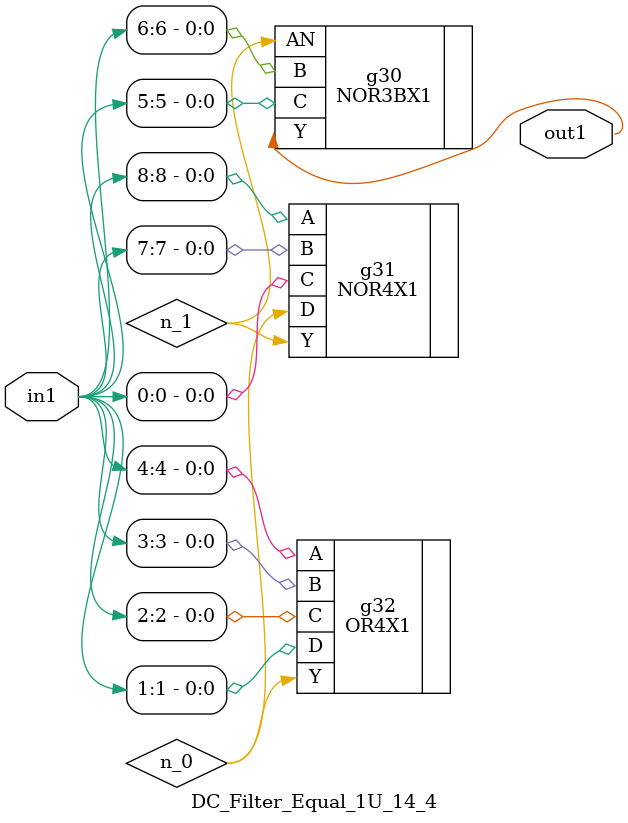
<source format=v>
`timescale 1ps / 1ps


module DC_Filter_Equal_1U_14_4(in1, out1);
  input [8:0] in1;
  output out1;
  wire [8:0] in1;
  wire out1;
  wire n_0, n_1;
  NOR3BX1 g30(.AN (n_1), .B (in1[6]), .C (in1[5]), .Y (out1));
  NOR4X1 g31(.A (in1[8]), .B (in1[7]), .C (in1[0]), .D (n_0), .Y (n_1));
  OR4X1 g32(.A (in1[4]), .B (in1[3]), .C (in1[2]), .D (in1[1]), .Y
       (n_0));
endmodule



</source>
